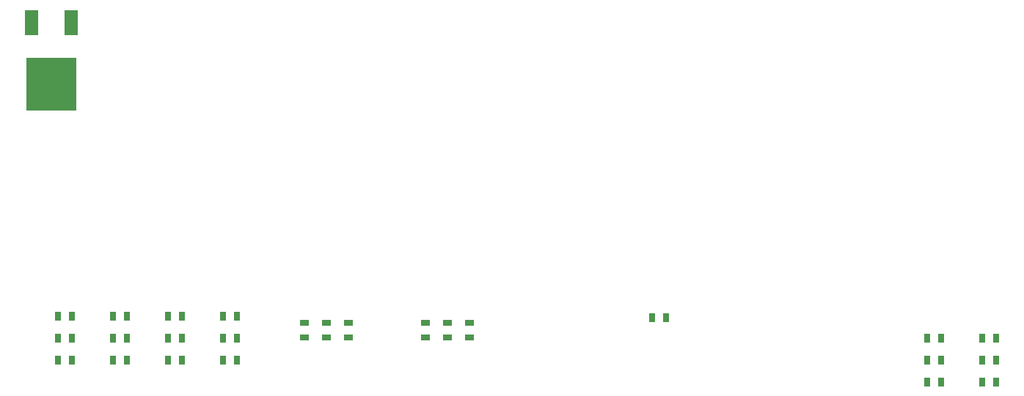
<source format=gbr>
G04 EAGLE Gerber RS-274X export*
G75*
%MOMM*%
%FSLAX34Y34*%
%LPD*%
%INSolderpaste Bottom*%
%IPPOS*%
%AMOC8*
5,1,8,0,0,1.08239X$1,22.5*%
G01*
G04 Define Apertures*
%ADD10R,0.798700X0.973900*%
%ADD11R,0.973900X0.798700*%
%ADD12R,5.800000X6.200000*%
%ADD13R,1.600000X3.000000*%
D10*
X265327Y50800D03*
X249023Y50800D03*
X265327Y76200D03*
X249023Y76200D03*
X265327Y101600D03*
X249023Y101600D03*
X201827Y50800D03*
X185523Y50800D03*
X201827Y76200D03*
X185523Y76200D03*
X201827Y101600D03*
X185523Y101600D03*
X138327Y50800D03*
X122023Y50800D03*
X138327Y76200D03*
X122023Y76200D03*
X138327Y101600D03*
X122023Y101600D03*
X74827Y50800D03*
X58523Y50800D03*
X74827Y76200D03*
X58523Y76200D03*
X74827Y101600D03*
X58523Y101600D03*
D11*
X342900Y77573D03*
X342900Y93877D03*
X368300Y77573D03*
X368300Y93877D03*
X393700Y77573D03*
X393700Y93877D03*
X482600Y77573D03*
X482600Y93877D03*
X508000Y77573D03*
X508000Y93877D03*
X533400Y77573D03*
X533400Y93877D03*
D10*
X1078127Y25400D03*
X1061823Y25400D03*
X1078127Y50800D03*
X1061823Y50800D03*
X1078127Y76200D03*
X1061823Y76200D03*
X1141627Y25400D03*
X1125323Y25400D03*
X1141627Y50800D03*
X1125323Y50800D03*
X1141627Y76200D03*
X1125323Y76200D03*
D12*
X50800Y369900D03*
D13*
X28000Y441700D03*
X73600Y441700D03*
D10*
X744323Y100013D03*
X760627Y100013D03*
M02*

</source>
